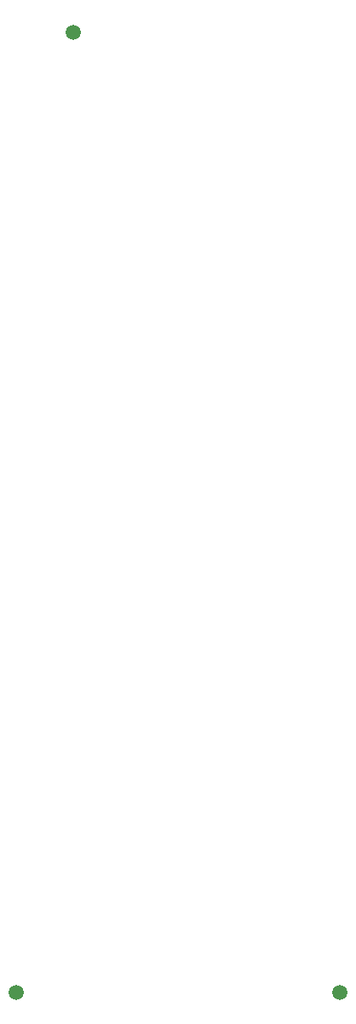
<source format=gbr>
G04 #@! TF.GenerationSoftware,KiCad,Pcbnew,7.0.1*
G04 #@! TF.CreationDate,2023-11-23T20:28:24+01:00*
G04 #@! TF.ProjectId,Spotify_controller,53706f74-6966-4795-9f63-6f6e74726f6c,rev?*
G04 #@! TF.SameCoordinates,Original*
G04 #@! TF.FileFunction,Other,ECO1*
%FSLAX46Y46*%
G04 Gerber Fmt 4.6, Leading zero omitted, Abs format (unit mm)*
G04 Created by KiCad (PCBNEW 7.0.1) date 2023-11-23 20:28:24*
%MOMM*%
%LPD*%
G01*
G04 APERTURE LIST*
%ADD10C,1.500000*%
G04 APERTURE END LIST*
D10*
G04 #@! TO.C,FID2*
X63450000Y-139600000D03*
G04 #@! TD*
G04 #@! TO.C,FID3*
X31250000Y-139600000D03*
G04 #@! TD*
G04 #@! TO.C,FID1*
X36931600Y-44196000D03*
G04 #@! TD*
M02*

</source>
